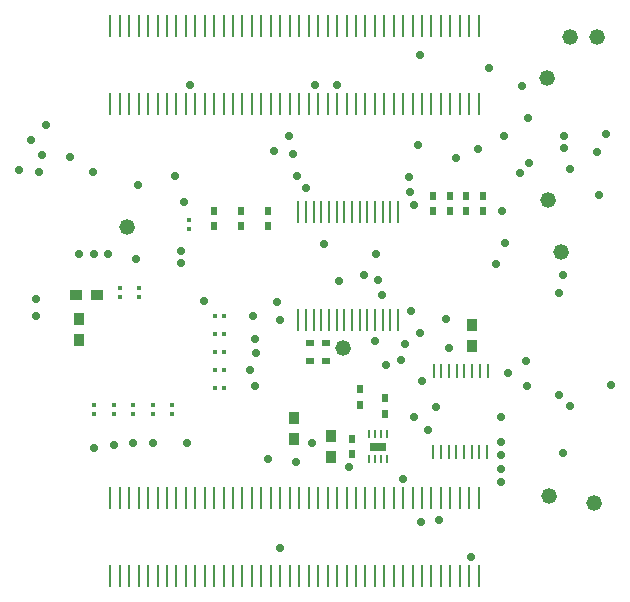
<source format=gbr>
%FSLAX23Y23*%
%MOIN*%
G04 EasyPC Gerber Version 17.0 Build 3379 *
%ADD104R,0.00781X0.02750*%
%ADD106R,0.00781X0.04718*%
%ADD101R,0.00781X0.07474*%
%ADD103R,0.00978X0.07474*%
%ADD102R,0.01400X0.01600*%
%ADD80R,0.02400X0.03100*%
%ADD90R,0.03537X0.03891*%
%ADD92R,0.01600X0.01400*%
%ADD81R,0.03100X0.02400*%
%ADD105R,0.05506X0.03143*%
%ADD82R,0.03891X0.03537*%
%ADD108C,0.02800*%
%ADD109C,0.05200*%
X0Y0D02*
D02*
D80*
X743Y1267D03*
Y1318D03*
X833Y1267D03*
Y1318D03*
X923Y1267D03*
Y1318D03*
X1203Y507D03*
Y558D03*
X1228Y672D03*
Y723D03*
X1313Y642D03*
Y693D03*
X1473Y1317D03*
Y1368D03*
X1528Y1317D03*
Y1368D03*
X1583Y1317D03*
Y1368D03*
X1638Y1317D03*
Y1368D03*
D02*
D81*
X1063Y818D03*
Y877D03*
X1114Y818D03*
Y877D03*
D02*
D82*
X283Y1038D03*
X353D03*
D02*
D90*
X293Y888D03*
Y958D03*
X1008Y558D03*
Y627D03*
X1133Y498D03*
Y568D03*
X1603Y868D03*
Y938D03*
D02*
D92*
X744Y728D03*
Y788D03*
Y848D03*
Y908D03*
Y968D03*
X774Y728D03*
Y788D03*
Y848D03*
Y908D03*
Y968D03*
D02*
D101*
X1023Y955D03*
Y1314D03*
X1049Y955D03*
Y1314D03*
X1074Y955D03*
Y1314D03*
X1100Y955D03*
Y1314D03*
X1125Y955D03*
Y1314D03*
X1151Y955D03*
Y1314D03*
X1177Y955D03*
Y1314D03*
X1202Y955D03*
Y1314D03*
X1228Y955D03*
Y1314D03*
X1253Y955D03*
Y1314D03*
X1279Y955D03*
Y1314D03*
X1305Y955D03*
Y1314D03*
X1330Y955D03*
Y1314D03*
X1356Y955D03*
Y1314D03*
D02*
D102*
X343Y641D03*
Y672D03*
X408Y641D03*
Y672D03*
X428Y1032D03*
Y1062D03*
X473Y641D03*
Y672D03*
X493Y1032D03*
Y1062D03*
X538Y641D03*
Y672D03*
X603Y641D03*
Y672D03*
X658Y1257D03*
Y1287D03*
D02*
D103*
X396Y99D03*
Y361D03*
Y1674D03*
Y1935D03*
X428Y99D03*
Y361D03*
Y1674D03*
Y1935D03*
X459Y99D03*
Y361D03*
Y1674D03*
Y1935D03*
X491Y99D03*
Y361D03*
Y1674D03*
Y1935D03*
X522Y99D03*
Y361D03*
Y1674D03*
Y1935D03*
X554Y99D03*
Y361D03*
Y1674D03*
Y1935D03*
X585Y99D03*
Y361D03*
Y1674D03*
Y1935D03*
X617Y99D03*
Y361D03*
Y1674D03*
Y1935D03*
X648Y99D03*
Y361D03*
Y1674D03*
Y1935D03*
X680Y99D03*
Y361D03*
Y1674D03*
Y1935D03*
X711Y99D03*
Y361D03*
Y1674D03*
Y1935D03*
X743Y99D03*
Y361D03*
Y1674D03*
Y1935D03*
X774Y99D03*
Y361D03*
Y1674D03*
Y1935D03*
X806Y99D03*
Y361D03*
Y1674D03*
Y1935D03*
X837Y99D03*
Y361D03*
Y1674D03*
Y1935D03*
X869Y99D03*
Y361D03*
Y1674D03*
Y1935D03*
X900Y99D03*
Y361D03*
Y1674D03*
Y1935D03*
X932Y99D03*
Y361D03*
Y1674D03*
Y1935D03*
X963Y99D03*
Y361D03*
Y1674D03*
Y1935D03*
X995Y99D03*
Y361D03*
Y1674D03*
Y1935D03*
X1026Y99D03*
Y361D03*
Y1674D03*
Y1935D03*
X1058Y99D03*
Y361D03*
Y1674D03*
Y1935D03*
X1089Y99D03*
Y361D03*
Y1674D03*
Y1935D03*
X1121Y99D03*
Y361D03*
Y1674D03*
Y1935D03*
X1152Y99D03*
Y361D03*
Y1674D03*
Y1935D03*
X1184Y99D03*
Y361D03*
Y1674D03*
Y1935D03*
X1215Y99D03*
Y361D03*
Y1674D03*
Y1935D03*
X1247Y99D03*
Y361D03*
Y1674D03*
Y1935D03*
X1278Y99D03*
Y361D03*
Y1674D03*
Y1935D03*
X1310Y99D03*
Y361D03*
Y1674D03*
Y1935D03*
X1341Y99D03*
Y361D03*
Y1674D03*
Y1935D03*
X1373Y99D03*
Y361D03*
Y1674D03*
Y1935D03*
X1404Y99D03*
Y361D03*
Y1674D03*
Y1935D03*
X1436Y99D03*
Y361D03*
Y1674D03*
Y1935D03*
X1467Y99D03*
Y361D03*
Y1674D03*
Y1935D03*
X1499Y99D03*
Y361D03*
Y1674D03*
Y1935D03*
X1530Y99D03*
Y361D03*
Y1674D03*
Y1935D03*
X1562Y99D03*
Y361D03*
Y1674D03*
Y1935D03*
X1593Y99D03*
Y361D03*
Y1674D03*
Y1935D03*
X1625Y99D03*
Y361D03*
Y1674D03*
Y1935D03*
D02*
D104*
X1259Y491D03*
Y574D03*
X1279Y491D03*
Y574D03*
X1298Y491D03*
Y574D03*
X1318Y491D03*
Y574D03*
D02*
D105*
X1288Y532D03*
D02*
D106*
X1473Y514D03*
X1475Y785D03*
X1499Y514D03*
X1500Y785D03*
X1524Y514D03*
X1526Y785D03*
X1550Y514D03*
X1552Y785D03*
X1575Y514D03*
X1577Y785D03*
X1601Y514D03*
X1603Y785D03*
X1626Y514D03*
X1628Y785D03*
X1652Y514D03*
X1654Y785D03*
D02*
D108*
X93Y1453D03*
X133Y1553D03*
X148Y968D03*
Y1023D03*
X158Y1448D03*
X168Y1503D03*
X183Y1603D03*
X263Y1498D03*
X293Y1173D03*
X338Y1448D03*
X343Y527D03*
Y1173D03*
X388D03*
X408Y538D03*
X473Y543D03*
X483Y1158D03*
X488Y1403D03*
X538Y543D03*
X613Y1433D03*
X633Y1143D03*
Y1183D03*
X643Y1348D03*
X653Y543D03*
X663Y1738D03*
X708Y1018D03*
X863Y788D03*
X873Y968D03*
X878Y733D03*
Y892D03*
X883Y843D03*
X922Y492D03*
X943Y1518D03*
X953Y1014D03*
X963Y193D03*
Y953D03*
X993Y1568D03*
X1006Y1507D03*
X1014Y479D03*
X1018Y1433D03*
X1048Y1393D03*
X1068Y543D03*
X1078Y1738D03*
X1108Y1208D03*
X1153Y1738D03*
X1158Y1083D03*
X1193Y464D03*
X1243Y1103D03*
X1278Y883D03*
X1283Y1173D03*
X1290Y1088D03*
X1303Y1038D03*
X1316Y804D03*
X1364Y821D03*
X1373Y425D03*
X1378Y873D03*
X1393Y1432D03*
X1397Y1382D03*
X1398Y983D03*
X1408Y1338D03*
X1409Y632D03*
X1423Y1538D03*
X1428Y909D03*
X1428Y1838D03*
X1433Y282D03*
X1435Y750D03*
X1455Y586D03*
X1482Y663D03*
X1493Y288D03*
X1516Y958D03*
X1526Y861D03*
X1548Y1493D03*
X1598Y163D03*
X1622Y1525D03*
X1658Y1793D03*
X1683Y1139D03*
X1698Y504D03*
X1699Y458D03*
Y548D03*
X1700Y414D03*
Y630D03*
X1703Y1318D03*
X1708Y1568D03*
X1711Y1212D03*
X1721Y778D03*
X1761Y1443D03*
X1768Y1733D03*
X1783Y818D03*
X1785Y734D03*
X1789Y1628D03*
X1792Y1478D03*
X1892Y705D03*
Y1043D03*
X1904Y512D03*
X1907Y1104D03*
X1910Y1528D03*
Y1568D03*
X1928Y668D03*
Y1457D03*
X2020Y1515D03*
X2027Y1372D03*
X2050Y1575D03*
X2065Y736D03*
D02*
D109*
X453Y1263D03*
X1173Y862D03*
X1853Y1760D03*
X1854Y1355D03*
X1860Y368D03*
X1900Y1180D03*
X1930Y1898D03*
X2010Y343D03*
X2020Y1898D03*
X0Y0D02*
M02*

</source>
